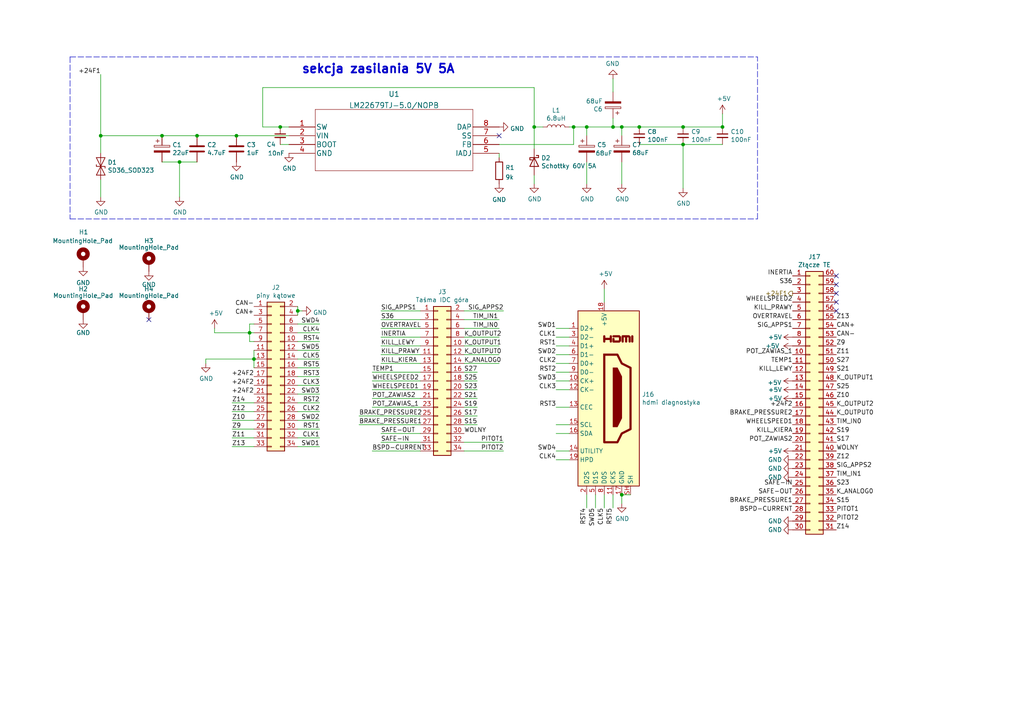
<source format=kicad_sch>
(kicad_sch (version 20211123) (generator eeschema)
  (paper "A4")
  (lib_symbols
    (symbol "Connector:HDMI_A"
      (property "Reference" "J" (at -6.35 26.67 0))
      (property "Value" "HDMI_A" (at 10.16 26.67 0))
      (symbol "HDMI_A_0_0"
        (polyline (pts (xy 8.128 16.51) (xy 8.128 18.034)) (stroke (width 0.635)))
        (polyline (pts (xy 0 16.51) (xy 0 18.034) (xy 0 17.272) (xy 1.905 17.272) (xy 1.905 18.034) (xy 1.905 16.51)) (stroke (width 0.635)))
        (polyline (pts (xy 2.667 18.034) (xy 4.318 18.034) (xy 4.572 17.78) (xy 4.572 16.764) (xy 4.318 16.51) (xy 2.667 16.51) (xy 2.667 17.272)) (stroke (width 0.635)))
      )
      (symbol "HDMI_A_0_1"
        (rectangle (start -7.62 25.4) (end 10.16 -25.4) (stroke (width 0.254)) (fill (type background)))
        (polyline (pts (xy 2.54 8.89) (xy 3.81 8.89) (xy 5.08 6.35) (xy 5.08 -5.715) (xy 3.81 -8.255) (xy 2.54 -8.255) (xy 2.54 8.89)) (fill (type outline)))
        (polyline (pts (xy 5.334 16.51) (xy 5.334 18.034) (xy 6.35 18.034) (xy 6.35 16.51) (xy 6.35 18.034) (xy 7.112 18.034) (xy 7.366 17.78) (xy 7.366 16.51)) (stroke (width 0.635)))
        (polyline (pts (xy 0 12.7) (xy 0 -12.7) (xy 3.81 -12.7) (xy 5.08 -10.16) (xy 7.62 -8.89) (xy 7.62 8.89) (xy 5.08 10.16) (xy 3.81 12.7) (xy 0 12.7)) (stroke (width 0.635)))
      )
      (symbol "HDMI_A_1_1"
        (pin passive line (at -10.16 20.32 0) (length 2.54) (name "D2+") (number "1"))
        (pin passive line (at -10.16 5.08 0) (length 2.54) (name "CK+") (number "10"))
        (pin power_in line (at 2.54 -27.94 90) (length 2.54) (name "CKS") (number "11"))
        (pin passive line (at -10.16 2.54 0) (length 2.54) (name "CK-") (number "12"))
        (pin bidirectional line (at -10.16 -2.54 0) (length 2.54) (name "CEC") (number "13"))
        (pin passive line (at -10.16 -15.24 0) (length 2.54) (name "UTILITY") (number "14"))
        (pin passive line (at -10.16 -7.62 0) (length 2.54) (name "SCL") (number "15"))
        (pin bidirectional line (at -10.16 -10.16 0) (length 2.54) (name "SDA") (number "16"))
        (pin power_in line (at 5.08 -27.94 90) (length 2.54) (name "GND") (number "17"))
        (pin power_in line (at 0 27.94 270) (length 2.54) (name "+5V") (number "18"))
        (pin passive line (at -10.16 -17.78 0) (length 2.54) (name "HPD") (number "19"))
        (pin power_in line (at -5.08 -27.94 90) (length 2.54) (name "D2S") (number "2"))
        (pin passive line (at -10.16 17.78 0) (length 2.54) (name "D2-") (number "3"))
        (pin passive line (at -10.16 15.24 0) (length 2.54) (name "D1+") (number "4"))
        (pin power_in line (at -2.54 -27.94 90) (length 2.54) (name "D1S") (number "5"))
        (pin passive line (at -10.16 12.7 0) (length 2.54) (name "D1-") (number "6"))
        (pin passive line (at -10.16 10.16 0) (length 2.54) (name "D0+") (number "7"))
        (pin power_in line (at 0 -27.94 90) (length 2.54) (name "D0S") (number "8"))
        (pin passive line (at -10.16 7.62 0) (length 2.54) (name "D0-") (number "9"))
        (pin passive line (at 7.62 -27.94 90) (length 2.54) (name "SH") (number "SH"))
      )
    )
    (symbol "Connector_Generic:Conn_02x17_Odd_Even" (pin_names (offset 1.016) hide)
      (property "Reference" "J" (at 1.27 22.86 0))
      (property "Value" "Conn_02x17_Odd_Even" (at 1.27 -22.86 0))
      (symbol "Conn_02x17_Odd_Even_1_1"
        (rectangle (start -1.27 -20.193) (end 0 -20.447) (stroke (width 0.1524)))
        (rectangle (start -1.27 -17.653) (end 0 -17.907) (stroke (width 0.1524)))
        (rectangle (start -1.27 -15.113) (end 0 -15.367) (stroke (width 0.1524)))
        (rectangle (start -1.27 -12.573) (end 0 -12.827) (stroke (width 0.1524)))
        (rectangle (start -1.27 -10.033) (end 0 -10.287) (stroke (width 0.1524)))
        (rectangle (start -1.27 -7.493) (end 0 -7.747) (stroke (width 0.1524)))
        (rectangle (start -1.27 -4.953) (end 0 -5.207) (stroke (width 0.1524)))
        (rectangle (start -1.27 -2.413) (end 0 -2.667) (stroke (width 0.1524)))
        (rectangle (start -1.27 0.127) (end 0 -0.127) (stroke (width 0.1524)))
        (rectangle (start -1.27 2.667) (end 0 2.413) (stroke (width 0.1524)))
        (rectangle (start -1.27 5.207) (end 0 4.953) (stroke (width 0.1524)))
        (rectangle (start -1.27 7.747) (end 0 7.493) (stroke (width 0.1524)))
        (rectangle (start -1.27 10.287) (end 0 10.033) (stroke (width 0.1524)))
        (rectangle (start -1.27 12.827) (end 0 12.573) (stroke (width 0.1524)))
        (rectangle (start -1.27 15.367) (end 0 15.113) (stroke (width 0.1524)))
        (rectangle (start -1.27 17.907) (end 0 17.653) (stroke (width 0.1524)))
        (rectangle (start -1.27 20.447) (end 0 20.193) (stroke (width 0.1524)))
        (rectangle (start -1.27 21.59) (end 3.81 -21.59) (stroke (width 0.254)) (fill (type background)))
        (rectangle (start 3.81 -20.193) (end 2.54 -20.447) (stroke (width 0.1524)))
        (rectangle (start 3.81 -17.653) (end 2.54 -17.907) (stroke (width 0.1524)))
        (rectangle (start 3.81 -15.113) (end 2.54 -15.367) (stroke (width 0.1524)))
        (rectangle (start 3.81 -12.573) (end 2.54 -12.827) (stroke (width 0.1524)))
        (rectangle (start 3.81 -10.033) (end 2.54 -10.287) (stroke (width 0.1524)))
        (rectangle (start 3.81 -7.493) (end 2.54 -7.747) (stroke (width 0.1524)))
        (rectangle (start 3.81 -4.953) (end 2.54 -5.207) (stroke (width 0.1524)))
        (rectangle (start 3.81 -2.413) (end 2.54 -2.667) (stroke (width 0.1524)))
        (rectangle (start 3.81 0.127) (end 2.54 -0.127) (stroke (width 0.1524)))
        (rectangle (start 3.81 2.667) (end 2.54 2.413) (stroke (width 0.1524)))
        (rectangle (start 3.81 5.207) (end 2.54 4.953) (stroke (width 0.1524)))
        (rectangle (start 3.81 7.747) (end 2.54 7.493) (stroke (width 0.1524)))
        (rectangle (start 3.81 10.287) (end 2.54 10.033) (stroke (width 0.1524)))
        (rectangle (start 3.81 12.827) (end 2.54 12.573) (stroke (width 0.1524)))
        (rectangle (start 3.81 15.367) (end 2.54 15.113) (stroke (width 0.1524)))
        (rectangle (start 3.81 17.907) (end 2.54 17.653) (stroke (width 0.1524)))
        (rectangle (start 3.81 20.447) (end 2.54 20.193) (stroke (width 0.1524)))
        (pin passive line (at -5.08 20.32 0) (length 3.81) (name "Pin_1") (number "1"))
        (pin passive line (at 7.62 10.16 180) (length 3.81) (name "Pin_10") (number "10"))
        (pin passive line (at -5.08 7.62 0) (length 3.81) (name "Pin_11") (number "11"))
        (pin passive line (at 7.62 7.62 180) (length 3.81) (name "Pin_12") (number "12"))
        (pin passive line (at -5.08 5.08 0) (length 3.81) (name "Pin_13") (number "13"))
        (pin passive line (at 7.62 5.08 180) (length 3.81) (name "Pin_14") (number "14"))
        (pin passive line (at -5.08 2.54 0) (length 3.81) (name "Pin_15") (number "15"))
        (pin passive line (at 7.62 2.54 180) (length 3.81) (name "Pin_16") (number "16"))
        (pin passive line (at -5.08 0 0) (length 3.81) (name "Pin_17") (number "17"))
        (pin passive line (at 7.62 0 180) (length 3.81) (name "Pin_18") (number "18"))
        (pin passive line (at -5.08 -2.54 0) (length 3.81) (name "Pin_19") (number "19"))
        (pin passive line (at 7.62 20.32 180) (length 3.81) (name "Pin_2") (number "2"))
        (pin passive line (at 7.62 -2.54 180) (length 3.81) (name "Pin_20") (number "20"))
        (pin passive line (at -5.08 -5.08 0) (length 3.81) (name "Pin_21") (number "21"))
        (pin passive line (at 7.62 -5.08 180) (length 3.81) (name "Pin_22") (number "22"))
        (pin passive line (at -5.08 -7.62 0) (length 3.81) (name "Pin_23") (number "23"))
        (pin passive line (at 7.62 -7.62 180) (length 3.81) (name "Pin_24") (number "24"))
        (pin passive line (at -5.08 -10.16 0) (length 3.81) (name "Pin_25") (number "25"))
        (pin passive line (at 7.62 -10.16 180) (length 3.81) (name "Pin_26") (number "26"))
        (pin passive line (at -5.08 -12.7 0) (length 3.81) (name "Pin_27") (number "27"))
        (pin passive line (at 7.62 -12.7 180) (length 3.81) (name "Pin_28") (number "28"))
        (pin passive line (at -5.08 -15.24 0) (length 3.81) (name "Pin_29") (number "29"))
        (pin passive line (at -5.08 17.78 0) (length 3.81) (name "Pin_3") (number "3"))
        (pin passive line (at 7.62 -15.24 180) (length 3.81) (name "Pin_30") (number "30"))
        (pin passive line (at -5.08 -17.78 0) (length 3.81) (name "Pin_31") (number "31"))
        (pin passive line (at 7.62 -17.78 180) (length 3.81) (name "Pin_32") (number "32"))
        (pin passive line (at -5.08 -20.32 0) (length 3.81) (name "Pin_33") (number "33"))
        (pin passive line (at 7.62 -20.32 180) (length 3.81) (name "Pin_34") (number "34"))
        (pin passive line (at 7.62 17.78 180) (length 3.81) (name "Pin_4") (number "4"))
        (pin passive line (at -5.08 15.24 0) (length 3.81) (name "Pin_5") (number "5"))
        (pin passive line (at 7.62 15.24 180) (length 3.81) (name "Pin_6") (number "6"))
        (pin passive line (at -5.08 12.7 0) (length 3.81) (name "Pin_7") (number "7"))
        (pin passive line (at 7.62 12.7 180) (length 3.81) (name "Pin_8") (number "8"))
        (pin passive line (at -5.08 10.16 0) (length 3.81) (name "Pin_9") (number "9"))
      )
    )
    (symbol "Connector_Generic:Conn_02x30_Counter_Clockwise" (pin_names (offset 1.016) hide)
      (property "Reference" "J" (at 1.27 38.1 0))
      (property "Value" "Conn_02x30_Counter_Clockwise" (at 1.27 -40.64 0))
      (symbol "Conn_02x30_Counter_Clockwise_1_1"
        (rectangle (start -1.27 -37.973) (end 0 -38.227) (stroke (width 0.1524)))
        (rectangle (start -1.27 -35.433) (end 0 -35.687) (stroke (width 0.1524)))
        (rectangle (start -1.27 -32.893) (end 0 -33.147) (stroke (width 0.1524)))
        (rectangle (start -1.27 -30.353) (end 0 -30.607) (stroke (width 0.1524)))
        (rectangle (start -1.27 -27.813) (end 0 -28.067) (stroke (width 0.1524)))
        (rectangle (start -1.27 -25.273) (end 0 -25.527) (stroke (width 0.1524)))
        (rectangle (start -1.27 -22.733) (end 0 -22.987) (stroke (width 0.1524)))
        (rectangle (start -1.27 -20.193) (end 0 -20.447) (stroke (width 0.1524)))
        (rectangle (start -1.27 -17.653) (end 0 -17.907) (stroke (width 0.1524)))
        (rectangle (start -1.27 -15.113) (end 0 -15.367) (stroke (width 0.1524)))
        (rectangle (start -1.27 -12.573) (end 0 -12.827) (stroke (width 0.1524)))
        (rectangle (start -1.27 -10.033) (end 0 -10.287) (stroke (width 0.1524)))
        (rectangle (start -1.27 -7.493) (end 0 -7.747) (stroke (width 0.1524)))
        (rectangle (start -1.27 -4.953) (end 0 -5.207) (stroke (width 0.1524)))
        (rectangle (start -1.27 -2.413) (end 0 -2.667) (stroke (width 0.1524)))
        (rectangle (start -1.27 0.127) (end 0 -0.127) (stroke (width 0.1524)))
        (rectangle (start -1.27 2.667) (end 0 2.413) (stroke (width 0.1524)))
        (rectangle (start -1.27 5.207) (end 0 4.953) (stroke (width 0.1524)))
        (rectangle (start -1.27 7.747) (end 0 7.493) (stroke (width 0.1524)))
        (rectangle (start -1.27 10.287) (end 0 10.033) (stroke (width 0.1524)))
        (rectangle (start -1.27 12.827) (end 0 12.573) (stroke (width 0.1524)))
        (rectangle (start -1.27 15.367) (end 0 15.113) (stroke (width 0.1524)))
        (rectangle (start -1.27 17.907) (end 0 17.653) (stroke (width 0.1524)))
        (rectangle (start -1.27 20.447) (end 0 20.193) (stroke (width 0.1524)))
        (rectangle (start -1.27 22.987) (end 0 22.733) (stroke (width 0.1524)))
        (rectangle (start -1.27 25.527) (end 0 25.273) (stroke (width 0.1524)))
        (rectangle (start -1.27 28.067) (end 0 27.813) (stroke (width 0.1524)))
        (rectangle (start -1.27 30.607) (end 0 30.353) (stroke (width 0.1524)))
        (rectangle (start -1.27 33.147) (end 0 32.893) (stroke (width 0.1524)))
        (rectangle (start -1.27 35.687) (end 0 35.433) (stroke (width 0.1524)))
        (rectangle (start -1.27 36.83) (end 3.81 -39.37) (stroke (width 0.254)) (fill (type background)))
        (rectangle (start 3.81 -37.973) (end 2.54 -38.227) (stroke (width 0.1524)))
        (rectangle (start 3.81 -35.433) (end 2.54 -35.687) (stroke (width 0.1524)))
        (rectangle (start 3.81 -32.893) (end 2.54 -33.147) (stroke (width 0.1524)))
        (rectangle (start 3.81 -30.353) (end 2.54 -30.607) (stroke (width 0.1524)))
        (rectangle (start 3.81 -27.813) (end 2.54 -28.067) (stroke (width 0.1524)))
        (rectangle (start 3.81 -25.273) (end 2.54 -25.527) (stroke (width 0.1524)))
        (rectangle (start 3.81 -22.733) (end 2.54 -22.987) (stroke (width 0.1524)))
        (rectangle (start 3.81 -20.193) (end 2.54 -20.447) (stroke (width 0.1524)))
        (rectangle (start 3.81 -17.653) (end 2.54 -17.907) (stroke (width 0.1524)))
        (rectangle (start 3.81 -15.113) (end 2.54 -15.367) (stroke (width 0.1524)))
        (rectangle (start 3.81 -12.573) (end 2.54 -12.827) (stroke (width 0.1524)))
        (rectangle (start 3.81 -10.033) (end 2.54 -10.287) (stroke (width 0.1524)))
        (rectangle (start 3.81 -7.493) (end 2.54 -7.747) (stroke (width 0.1524)))
        (rectangle (start 3.81 -4.953) (end 2.54 -5.207) (stroke (width 0.1524)))
        (rectangle (start 3.81 -2.413) (end 2.54 -2.667) (stroke (width 0.1524)))
        (rectangle (start 3.81 0.127) (end 2.54 -0.127) (stroke (width 0.1524)))
        (rectangle (start 3.81 2.667) (end 2.54 2.413) (stroke (width 0.1524)))
        (rectangle (start 3.81 5.207) (end 2.54 4.953) (stroke (width 0.1524)))
        (rectangle (start 3.81 7.747) (end 2.54 7.493) (stroke (width 0.1524)))
        (rectangle (start 3.81 10.287) (end 2.54 10.033) (stroke (width 0.1524)))
        (rectangle (start 3.81 12.827) (end 2.54 12.573) (stroke (width 0.1524)))
        (rectangle (start 3.81 15.367) (end 2.54 15.113) (stroke (width 0.1524)))
        (rectangle (start 3.81 17.907) (end 2.54 17.653) (stroke (width 0.1524)))
        (rectangle (start 3.81 20.447) (end 2.54 20.193) (stroke (width 0.1524)))
        (rectangle (start 3.81 22.987) (end 2.54 22.733) (stroke (width 0.1524)))
        (rectangle (start 3.81 25.527) (end 2.54 25.273) (stroke (width 0.1524)))
        (rectangle (start 3.81 28.067) (end 2.54 27.813) (stroke (width 0.1524)))
        (rectangle (start 3.81 30.607) (end 2.54 30.353) (stroke (width 0.1524)))
        (rectangle (start 3.81 33.147) (end 2.54 32.893) (stroke (width 0.1524)))
        (rectangle (start 3.81 35.687) (end 2.54 35.433) (stroke (width 0.1524)))
        (pin passive line (at -5.08 35.56 0) (length 3.81) (name "Pin_1") (number "1"))
        (pin passive line (at -5.08 12.7 0) (length 3.81) (name "Pin_10") (number "10"))
        (pin passive line (at -5.08 10.16 0) (length 3.81) (name "Pin_11") (number "11"))
        (pin passive line (at -5.08 7.62 0) (length 3.81) (name "Pin_12") (number "12"))
        (pin passive line (at -5.08 5.08 0) (length 3.81) (name "Pin_13") (number "13"))
        (pin passive line (at -5.08 2.54 0) (length 3.81) (name "Pin_14") (number "14"))
        (pin passive line (at -5.08 0 0) (length 3.81) (name "Pin_15") (number "15"))
        (pin passive line (at -5.08 -2.54 0) (length 3.81) (name "Pin_16") (number "16"))
        (pin passive line (at -5.08 -5.08 0) (length 3.81) (name "Pin_17") (number "17"))
        (pin passive line (at -5.08 -7.62 0) (length 3.81) (name "Pin_18") (number "18"))
        (pin passive line (at -5.08 -10.16 0) (length 3.81) (name "Pin_19") (number "19"))
        (pin passive line (at -5.08 33.02 0) (length 3.81) (name "Pin_2") (number "2"))
        (pin passive line (at -5.08 -12.7 0) (length 3.81) (name "Pin_20") (number "20"))
        (pin passive line (at -5.08 -15.24 0) (length 3.81) (name "Pin_21") (number "21"))
        (pin passive line (at -5.08 -17.78 0) (length 3.81) (name "Pin_22") (number "22"))
        (pin passive line (at -5.08 -20.32 0) (length 3.81) (name "Pin_23") (number "23"))
        (pin passive line (at -5.08 -22.86 0) (length 3.81) (name "Pin_24") (number "24"))
        (pin passive line (at -5.08 -25.4 0) (length 3.81) (name "Pin_25") (number "25"))
        (pin passive line (at -5.08 -27.94 0) (length 3.81) (name "Pin_26") (number "26"))
        (pin passive line (at -5.08 -30.48 0) (length 3.81) (name "Pin_27") (number "27"))
        (pin passive line (at -5.08 -33.02 0) (length 3.81) (name "Pin_28") (number "28"))
        (pin passive line (at -5.08 -35.56 0) (length 3.81) (name "Pin_29") (number "29"))
        (pin passive line (at -5.08 30.48 0) (length 3.81) (name "Pin_3") (number "3"))
        (pin passive line (at -5.08 -38.1 0) (length 3.81) (name "Pin_30") (number "30"))
        (pin passive line (at 7.62 -38.1 180) (length 3.81) (name "Pin_31") (number "31"))
        (pin passive line (at 7.62 -35.56 180) (length 3.81) (name "Pin_32") (number "32"))
        (pin passive line (at 7.62 -33.02 180) (length 3.81) (name "Pin_33") (number "33"))
        (pin passive line (at 7.62 -30.48 180) (length 3.81) (name "Pin_34") (number "34"))
        (pin passive line (at 7.62 -27.94 180) (length 3.81) (name "Pin_35") (number "35"))
        (pin passive line (at 7.62 -25.4 180) (length 3.81) (name "Pin_36") (number "36"))
        (pin passive line (at 7.62 -22.86 180) (length 3.81) (name "Pin_37") (number "37"))
        (pin passive line (at 7.62 -20.32 180) (length 3.81) (name "Pin_38") (number "38"))
        (pin passive line (at 7.62 -17.78 180) (length 3.81) (name "Pin_39") (number "39"))
        (pin passive line (at -5.08 27.94 0) (length 3.81) (name "Pin_4") (number "4"))
        (pin passive line (at 7.62 -15.24 180) (length 3.81) (name "Pin_40") (number "40"))
        (pin passive line (at 7.62 -12.7 180) (length 3.81) (name "Pin_41") (number "41"))
        (pin passive line (at 7.62 -10.16 180) (length 3.81) (name "Pin_42") (number "42"))
        (pin passive line (at 7.62 -7.62 180) (length 3.81) (name "Pin_43") (number "43"))
        (pin passive line (at 7.62 -5.08 180) (length 3.81) (name "Pin_44") (number "44"))
        (pin passive line (at 7.62 -2.54 180) (length 3.81) (name "Pin_45") (number "45"))
        (pin passive line (at 7.62 0 180) (length 3.81) (name "Pin_46") (number "46"))
        (pin passive line (at 7.62 2.54 180) (length 3.81) (name "Pin_47") (number "47"))
        (pin passive line (at 7.62 5.08 180) (length 3.81) (name "Pin_48") (number "48"))
        (pin passive line (at 7.62 7.62 180) (length 3.81) (name "Pin_49") (number "49"))
        (pin passive line (at -5.08 25.4 0) (length 3.81) (name "Pin_5") (number "5"))
        (pin passive line (at 7.62 10.16 180) (length 3.81) (name "Pin_50") (number "50"))
        (pin passive line (at 7.62 12.7 180) (length 3.81) (name "Pin_51") (number "51"))
        (pin passive line (at 7.62 15.24 180) (length 3.81) (name "Pin_52") (number "52"))
        (pin passive line (at 7.62 17.78 180) (length 3.81) (name "Pin_53") (number "53"))
        (pin passive line (at 7.62 20.32 180) (length 3.81) (name "Pin_54") (number "54"))
        (pin passive line (at 7.62 22.86 180) (length 3.81) (name "Pin_55") (number "55"))
        (pin passive line (at 7.62 25.4 180) (length 3.81) (name "Pin_56") (number "56"))
        (pin passive line (at 7.62 27.94 180) (length 3.81) (name "Pin_57") (number "57"))
        (pin passive line (at 7.62 30.48 180) (length 3.81) (name "Pin_58") (number "58"))
        (pin passive line (at 7.62 33.02 180) (length 3.81) (name "Pin_59") (number "59"))
        (pin passive line (at -5.08 22.86 0) (length 3.81) (name "Pin_6") (number "6"))
        (pin passive line (at 7.62 35.56 180) (length 3.81) (name "Pin_60") (number "60"))
        (pin passive line (at -5.08 20.32 0) (length 3.81) (name "Pin_7") (number "7"))
        (pin passive line (at -5.08 17.78 0) (length 3.81) (name "Pin_8") (number "8"))
        (pin passive line (at -5.08 15.24 0) (length 3.81) (name "Pin_9") (number "9"))
      )
    )
    (symbol "Device:C" (pin_numbers hide) (pin_names (offset 0.254))
      (property "Reference" "C" (at 0.635 2.54 0))
      (property "Value" "C" (at 0.635 -2.54 0))
      (symbol "C_0_1"
        (polyline (pts (xy -2.032 -0.762) (xy 2.032 -0.762)) (stroke (width 0.508)))
        (polyline (pts (xy -2.032 0.762) (xy 2.032 0.762)) (stroke (width 0.508)))
      )
      (symbol "C_1_1"
        (pin passive line (at 0 3.81 270) (length 2.794) (name "~") (number "1"))
        (pin passive line (at 0 -3.81 90) (length 2.794) (name "~") (number "2"))
      )
    )
    (symbol "Device:CP" (pin_numbers hide) (pin_names (offset 0.254))
      (property "Reference" "C" (at 0.635 2.54 0))
      (property "Value" "Device_CP" (at 0.635 -2.54 0))
      (symbol "CP_0_1"
        (rectangle (start -2.286 0.508) (end 2.286 1.016))
        (polyline (pts (xy -1.778 2.286) (xy -0.762 2.286)))
        (polyline (pts (xy -1.27 2.794) (xy -1.27 1.778)))
        (rectangle (start 2.286 -0.508) (end -2.286 -1.016) (fill (type outline)))
      )
      (symbol "CP_1_1"
        (pin passive line (at 0 3.81 270) (length 2.794) (name "~") (number "1"))
        (pin passive line (at 0 -3.81 90) (length 2.794) (name "~") (number "2"))
      )
    )
    (symbol "Device:C_Small" (pin_numbers hide) (pin_names (offset 0.254) hide)
      (property "Reference" "C" (at 0.254 1.778 0))
      (property "Value" "C_Small" (at 0.254 -2.032 0))
      (symbol "C_Small_0_1"
        (polyline (pts (xy -1.524 -0.508) (xy 1.524 -0.508)) (stroke (width 0.3302)))
        (polyline (pts (xy -1.524 0.508) (xy 1.524 0.508)) (stroke (width 0.3048)))
      )
      (symbol "C_Small_1_1"
        (pin passive line (at 0 2.54 270) (length 2.032) (name "~") (number "1"))
        (pin passive line (at 0 -2.54 90) (length 2.032) (name "~") (number "2"))
      )
    )
    (symbol "Device:D_Schottky" (pin_numbers hide) (pin_names (offset 1.016) hide)
      (property "Reference" "D" (at 0 2.54 0))
      (property "Value" "D_Schottky" (at 0 -2.54 0))
      (symbol "D_Schottky_0_1"
        (polyline (pts (xy 1.27 0) (xy -1.27 0)))
        (polyline (pts (xy 1.27 1.27) (xy 1.27 -1.27) (xy -1.27 0) (xy 1.27 1.27)) (stroke (width 0.254)))
        (polyline (pts (xy -1.905 0.635) (xy -1.905 1.27) (xy -1.27 1.27) (xy -1.27 -1.27) (xy -0.635 -1.27) (xy -0.635 -0.635)) (stroke (width 0.254)))
      )
      (symbol "D_Schottky_1_1"
        (pin passive line (at -3.81 0 0) (length 2.54) (name "K") (number "1"))
        (pin passive line (at 3.81 0 180) (length 2.54) (name "A") (number "2"))
      )
    )
    (symbol "Device:L" (pin_numbers hide) (pin_names (offset 1.016) hide)
      (property "Reference" "L" (at -1.27 0 90))
      (property "Value" "L" (at 1.905 0 90))
      (symbol "L_0_1"
        (arc (start 0 -2.54) (mid 0.635 -1.905) (end 0 -1.27))
        (arc (start 0 -1.27) (mid 0.635 -0.635) (end 0 0))
        (arc (start 0 0) (mid 0.635 0.635) (end 0 1.27))
        (arc (start 0 1.27) (mid 0.635 1.905) (end 0 2.54))
      )
      (symbol "L_1_1"
        (pin passive line (at 0 3.81 270) (length 1.27) (name "1") (number "1"))
        (pin passive line (at 0 -3.81 90) (length 1.27) (name "2") (number "2"))
      )
    )
    (symbol "Device:R" (pin_numbers hide) (pin_names (offset 0))
      (property "Reference" "R" (at 2.032 0 90))
      (property "Value" "R" (at 0 0 90))
      (symbol "R_0_1"
        (rectangle (start -1.016 -2.54) (end 1.016 2.54) (stroke (width 0.254)))
      )
      (symbol "R_1_1"
        (pin passive line (at 0 3.81 270) (length 1.27) (name "~") (number "1"))
        (pin passive line (at 0 -3.81 90) (length 1.27) (name "~") (number "2"))
      )
    )
    (symbol "Diode:SD36_SOD323" (pin_numbers hide) (pin_names (offset 1.016) hide)
      (property "Reference" "D" (at 0 2.54 0))
      (property "Value" "SD36_SOD323" (at 0 -2.54 0))
      (symbol "SD36_SOD323_0_1"
        (polyline (pts (xy 1.27 0) (xy -1.27 0)))
        (polyline (pts (xy -2.54 -1.27) (xy 0 0) (xy -2.54 1.27) (xy -2.54 -1.27)) (stroke (width 0.2032)))
        (polyline (pts (xy 0.508 1.27) (xy 0 1.27) (xy 0 -1.27) (xy -0.508 -1.27)) (stroke (width 0.2032)))
        (polyline (pts (xy 2.54 1.27) (xy 2.54 -1.27) (xy 0 0) (xy 2.54 1.27)) (stroke (width 0.2032)))
      )
      (symbol "SD36_SOD323_1_1"
        (pin passive line (at -3.81 0 0) (length 2.54) (name "A1") (number "1"))
        (pin passive line (at 3.81 0 180) (length 2.54) (name "A2") (number "2"))
      )
    )
    (symbol "Mechanical:MountingHole_Pad" (pin_numbers hide) (pin_names (offset 1.016) hide)
      (property "Reference" "H" (at 0 6.35 0))
      (property "Value" "MountingHole_Pad" (at 0 4.445 0))
      (symbol "MountingHole_Pad_0_1"
        (circle (center 0 1.27) (radius 1.27) (stroke (width 1.27)))
      )
      (symbol "MountingHole_Pad_1_1"
        (pin input line (at 0 -2.54 90) (length 2.54) (name "1") (number "1"))
      )
    )
    (symbol "lm22679:LM22679TJ-5.0{slash}NOPB" (pin_names (offset 0.254))
      (property "Value" "LM22679TJ-5.0{slash}NOPB" (at 30.48 7.62 0))
      (symbol "LM22679TJ-5.0{slash}NOPB_1_1"
        (polyline (pts (xy 7.62 -12.7) (xy 53.34 -12.7)) (stroke (width 0.127)))
        (polyline (pts (xy 7.62 5.08) (xy 7.62 -12.7)) (stroke (width 0.127)))
        (polyline (pts (xy 53.34 -12.7) (xy 53.34 5.08)) (stroke (width 0.127)))
        (polyline (pts (xy 53.34 5.08) (xy 7.62 5.08)) (stroke (width 0.127)))
        (pin power_in line (at 0 0 0) (length 7.62) (name "SW") (number "1"))
        (pin power_in line (at 0 -2.54 0) (length 7.62) (name "VIN") (number "2"))
        (pin passive line (at 0 -5.08 0) (length 7.62) (name "BOOT") (number "3"))
        (pin power_in line (at 0 -7.62 0) (length 7.62) (name "GND") (number "4"))
        (pin input line (at 60.96 -7.62 180) (length 7.62) (name "IADJ") (number "5"))
        (pin input line (at 60.96 -5.08 180) (length 7.62) (name "FB") (number "6"))
        (pin input line (at 60.96 -2.54 180) (length 7.62) (name "SS") (number "7"))
        (pin power_in line (at 60.96 0 180) (length 7.62) (name "DAP") (number "8"))
      )
    )
    (symbol "power:+5V" (power) (pin_names (offset 0))
      (property "Value" "+5V" (at 0 3.556 0))
      (symbol "+5V_0_1"
        (polyline (pts (xy -0.762 1.27) (xy 0 2.54)))
        (polyline (pts (xy 0 0) (xy 0 2.54)))
        (polyline (pts (xy 0 2.54) (xy 0.762 1.27)))
      )
      (symbol "+5V_1_1"
        (pin power_in line (at 0 0 90) (length 0) hide (name "+5V") (number "1"))
      )
    )
    (symbol "power:GND" (power) (pin_names (offset 0))
      (property "Value" "GND" (at 0 -3.81 0))
      (symbol "GND_0_1"
        (polyline (pts (xy 0 0) (xy 0 -1.27) (xy 1.27 -1.27) (xy 0 -2.54) (xy -1.27 -1.27) (xy 0 -1.27)))
      )
      (symbol "GND_1_1"
        (pin power_in line (at 0 0 270) (length 0) hide (name "GND") (number "1"))
      )
    )
  )
  (junction (at 185.42 36.83))
  (junction (at 46.99 39.37))
  (junction (at 73.66 104.14))
  (junction (at 198.12 36.83))
  (junction (at 170.18 36.83))
  (junction (at 209.55 36.83))
  (junction (at 68.58 39.37))
  (junction (at 154.94 36.83))
  (junction (at 81.28 36.83))
  (junction (at 177.8 36.83))
  (junction (at 52.07 46.99))
  (junction (at 180.34 36.83))
  (junction (at 180.34 143.51))
  (junction (at 86.36 90.17))
  (junction (at 198.12 41.91))
  (junction (at 72.39 96.52))
  (junction (at 166.37 36.83))
  (junction (at 29.21 39.37))
  (junction (at 57.15 39.37))
  (no_connect (at 242.57 85.09))
  (no_connect (at 242.57 80.01))
  (no_connect (at 242.57 82.55))
  (no_connect (at 242.57 87.63))
  (no_connect (at 43.18 92.71))
  (no_connect (at 242.57 90.17))
  (no_connect (at 144.78 39.37))
  (wire (pts (xy 73.66 93.98) (xy 72.39 93.98)))
  (wire (pts (xy 144.78 105.41) (xy 134.62 105.41)))
  (wire (pts (xy 110.49 125.73) (xy 121.92 125.73)))
  (wire (pts (xy 154.94 53.34) (xy 154.94 50.8)))
  (wire (pts (xy 52.07 46.99) (xy 46.99 46.99)))
  (wire (pts (xy 29.21 52.07) (xy 29.21 57.15)))
  (wire (pts (xy 175.26 147.32) (xy 175.26 143.51)))
  (wire (pts (xy 170.18 36.83) (xy 170.18 39.37)))
  (wire (pts (xy 86.36 90.17) (xy 87.63 90.17)))
  (wire (pts (xy 73.66 127) (xy 67.31 127)))
  (wire (pts (xy 134.62 107.95) (xy 138.43 107.95)))
  (wire (pts (xy 134.62 115.57) (xy 138.43 115.57)))
  (wire (pts (xy 165.1 95.25) (xy 161.29 95.25)))
  (wire (pts (xy 170.18 53.34) (xy 170.18 46.99)))
  (wire (pts (xy 29.21 44.45) (xy 29.21 39.37)))
  (polyline (pts (xy 20.32 16.51) (xy 219.71 16.51)))
  (wire (pts (xy 86.36 93.98) (xy 92.71 93.98)))
  (wire (pts (xy 110.49 102.87) (xy 121.92 102.87)))
  (wire (pts (xy 86.36 96.52) (xy 92.71 96.52)))
  (wire (pts (xy 144.78 102.87) (xy 134.62 102.87)))
  (wire (pts (xy 59.69 105.41) (xy 59.69 104.14)))
  (wire (pts (xy 154.94 36.83) (xy 157.48 36.83)))
  (wire (pts (xy 72.39 93.98) (xy 72.39 96.52)))
  (wire (pts (xy 170.18 143.51) (xy 170.18 147.32)))
  (wire (pts (xy 134.62 113.03) (xy 138.43 113.03)))
  (wire (pts (xy 172.72 147.32) (xy 172.72 143.51)))
  (wire (pts (xy 73.66 129.54) (xy 67.31 129.54)))
  (polyline (pts (xy 219.71 63.5) (xy 219.71 16.51)))
  (wire (pts (xy 177.8 147.32) (xy 177.8 143.51)))
  (wire (pts (xy 175.26 83.82) (xy 175.26 87.63)))
  (wire (pts (xy 134.62 95.25) (xy 144.78 95.25)))
  (wire (pts (xy 107.95 110.49) (xy 121.92 110.49)))
  (wire (pts (xy 146.05 90.17) (xy 134.62 90.17)))
  (wire (pts (xy 86.36 109.22) (xy 92.71 109.22)))
  (wire (pts (xy 86.36 116.84) (xy 92.71 116.84)))
  (wire (pts (xy 177.8 36.83) (xy 177.8 34.29)))
  (wire (pts (xy 73.66 104.14) (xy 59.69 104.14)))
  (wire (pts (xy 76.2 25.4) (xy 154.94 25.4)))
  (wire (pts (xy 161.29 123.19) (xy 165.1 123.19)))
  (wire (pts (xy 68.58 39.37) (xy 83.82 39.37)))
  (wire (pts (xy 161.29 107.95) (xy 165.1 107.95)))
  (wire (pts (xy 107.95 113.03) (xy 121.92 113.03)))
  (wire (pts (xy 73.66 104.14) (xy 73.66 106.68)))
  (wire (pts (xy 81.28 36.83) (xy 83.82 36.83)))
  (wire (pts (xy 104.14 120.65) (xy 121.92 120.65)))
  (wire (pts (xy 146.05 128.27) (xy 134.62 128.27)))
  (wire (pts (xy 161.29 102.87) (xy 165.1 102.87)))
  (wire (pts (xy 72.39 96.52) (xy 73.66 96.52)))
  (wire (pts (xy 62.23 96.52) (xy 62.23 95.25)))
  (wire (pts (xy 154.94 36.83) (xy 154.94 43.18)))
  (wire (pts (xy 62.23 96.52) (xy 72.39 96.52)))
  (wire (pts (xy 81.28 41.91) (xy 83.82 41.91)))
  (wire (pts (xy 52.07 46.99) (xy 52.07 57.15)))
  (wire (pts (xy 144.78 44.45) (xy 144.78 45.72)))
  (wire (pts (xy 110.49 95.25) (xy 121.92 95.25)))
  (wire (pts (xy 107.95 118.11) (xy 121.92 118.11)))
  (wire (pts (xy 73.66 124.46) (xy 67.31 124.46)))
  (wire (pts (xy 134.62 120.65) (xy 138.43 120.65)))
  (wire (pts (xy 134.62 97.79) (xy 144.78 97.79)))
  (wire (pts (xy 180.34 36.83) (xy 180.34 39.37)))
  (wire (pts (xy 73.66 119.38) (xy 67.31 119.38)))
  (wire (pts (xy 86.36 88.9) (xy 86.36 90.17)))
  (wire (pts (xy 57.15 39.37) (xy 68.58 39.37)))
  (wire (pts (xy 110.49 92.71) (xy 121.92 92.71)))
  (wire (pts (xy 86.36 129.54) (xy 92.71 129.54)))
  (wire (pts (xy 161.29 133.35) (xy 165.1 133.35)))
  (wire (pts (xy 180.34 143.51) (xy 180.34 146.05)))
  (wire (pts (xy 72.39 99.06) (xy 72.39 96.52)))
  (wire (pts (xy 110.49 100.33) (xy 121.92 100.33)))
  (wire (pts (xy 134.62 123.19) (xy 138.43 123.19)))
  (wire (pts (xy 154.94 25.4) (xy 154.94 36.83)))
  (wire (pts (xy 29.21 39.37) (xy 46.99 39.37)))
  (wire (pts (xy 110.49 90.17) (xy 121.92 90.17)))
  (wire (pts (xy 86.36 90.17) (xy 86.36 91.44)))
  (wire (pts (xy 182.88 143.51) (xy 180.34 143.51)))
  (wire (pts (xy 86.36 127) (xy 92.71 127)))
  (wire (pts (xy 146.05 130.81) (xy 134.62 130.81)))
  (wire (pts (xy 170.18 36.83) (xy 177.8 36.83)))
  (wire (pts (xy 86.36 104.14) (xy 92.71 104.14)))
  (wire (pts (xy 165.1 36.83) (xy 166.37 36.83)))
  (wire (pts (xy 86.36 121.92) (xy 92.71 121.92)))
  (wire (pts (xy 177.8 36.83) (xy 180.34 36.83)))
  (wire (pts (xy 107.95 130.81) (xy 121.92 130.81)))
  (wire (pts (xy 104.14 123.19) (xy 121.92 123.19)))
  (wire (pts (xy 161.29 130.81) (xy 165.1 130.81)))
  (wire (pts (xy 198.12 41.91) (xy 198.12 54.61)))
  (wire (pts (xy 57.15 46.99) (xy 52.07 46.99)))
  (wire (pts (xy 161.29 118.11) (xy 165.1 118.11)))
  (wire (pts (xy 180.34 53.34) (xy 180.34 46.99)))
  (wire (pts (xy 86.36 111.76) (xy 92.71 111.76)))
  (wire (pts (xy 166.37 41.91) (xy 166.37 36.83)))
  (wire (pts (xy 107.95 115.57) (xy 121.92 115.57)))
  (wire (pts (xy 110.49 97.79) (xy 121.92 97.79)))
  (wire (pts (xy 134.62 92.71) (xy 144.78 92.71)))
  (wire (pts (xy 46.99 39.37) (xy 57.15 39.37)))
  (wire (pts (xy 180.34 36.83) (xy 185.42 36.83)))
  (wire (pts (xy 76.2 36.83) (xy 76.2 25.4)))
  (wire (pts (xy 161.29 105.41) (xy 165.1 105.41)))
  (wire (pts (xy 165.1 100.33) (xy 161.29 100.33)))
  (wire (pts (xy 73.66 99.06) (xy 72.39 99.06)))
  (wire (pts (xy 177.8 22.86) (xy 177.8 26.67)))
  (wire (pts (xy 86.36 106.68) (xy 92.71 106.68)))
  (wire (pts (xy 198.12 41.91) (xy 209.55 41.91)))
  (wire (pts (xy 29.21 21.59) (xy 29.21 39.37)))
  (wire (pts (xy 144.78 41.91) (xy 166.37 41.91)))
  (wire (pts (xy 161.29 113.03) (xy 165.1 113.03)))
  (wire (pts (xy 86.36 114.3) (xy 92.71 114.3)))
  (wire (pts (xy 161.29 97.79) (xy 165.1 97.79)))
  (wire (pts (xy 165.1 125.73) (xy 161.29 125.73)))
  (wire (pts (xy 134.62 118.11) (xy 138.43 118.11)))
  (wire (pts (xy 86.36 99.06) (xy 92.71 99.06)))
  (polyline (pts (xy 20.32 16.51) (xy 20.32 63.5)))
  (wire (pts (xy 134.62 100.33) (xy 144.78 100.33)))
  (wire (pts (xy 198.12 36.83) (xy 209.55 36.83)))
  (wire (pts (xy 107.95 107.95) (xy 121.92 107.95)))
  (wire (pts (xy 73.66 101.6) (xy 73.66 104.14)))
  (wire (pts (xy 110.49 128.27) (xy 121.92 128.27)))
  (wire (pts (xy 134.62 110.49) (xy 138.43 110.49)))
  (wire (pts (xy 76.2 36.83) (xy 81.28 36.83)))
  (wire (pts (xy 161.29 110.49) (xy 165.1 110.49)))
  (wire (pts (xy 73.66 116.84) (xy 67.31 116.84)))
  (wire (pts (xy 209.55 33.02) (xy 209.55 36.83)))
  (wire (pts (xy 86.36 101.6) (xy 92.71 101.6)))
  (wire (pts (xy 86.36 124.46) (xy 92.71 124.46)))
  (wire (pts (xy 110.49 105.41) (xy 121.92 105.41)))
  (wire (pts (xy 185.42 41.91) (xy 198.12 41.91)))
  (wire (pts (xy 86.36 119.38) (xy 92.71 119.38)))
  (polyline (pts (xy 20.32 63.5) (xy 219.71 63.5)))
  (wire (pts (xy 185.42 36.83) (xy 198.12 36.83)))
  (wire (pts (xy 166.37 36.83) (xy 170.18 36.83)))
  (wire (pts (xy 73.66 121.92) (xy 67.31 121.92)))
  (text "sekcja zasilania 5V 5A" (at 132.08 21.59 180) (effects (font (size 2.54 2.54) (thickness 0.508) bold) (justify right bottom)))
  (label "SWD4" (at 92.71 93.98 180))
  (label "RST2" (at 161.29 107.95 180))
  (label "CLK4" (at 92.71 96.52 180))
  (label "SWD5" (at 172.72 147.32 270))
  (label "RST2" (at 92.71 116.84 180))
  (label "K_OUTPUT1" (at 242.57 110.49 0))
  (label "S15" (at 242.57 146.05 0))
  (label "CAN+" (at 73.66 91.44 180))
  (label "RST4" (at 170.18 147.32 270))
  (label "Z13" (at 242.57 92.71 0))
  (label "WHEELSPEED1" (at 229.87 123.19 180))
  (label "SIG_APPS1" (at 229.87 95.25 180))
  (label "CAN-" (at 242.57 97.79 0))
  (label "SAFE-OUT" (at 229.87 143.51 180))
  (label "INERTIA" (at 229.87 80.01 180))
  (label "+24F2" (at 73.66 111.76 180))
  (label "Z11" (at 67.31 127 0))
  (label "WOLNY" (at 134.62 125.73 0))
  (label "S36" (at 229.87 82.55 180))
  (label "Z9" (at 67.31 124.46 0))
  (label "SWD5" (at 92.71 101.6 180))
  (label "Z11" (at 242.57 102.87 0))
  (label "BRAKE_PRESSURE1" (at 104.14 123.19 0))
  (label "SIG_APPS1" (at 110.49 90.17 0))
  (label "Z10" (at 67.31 121.92 0))
  (label "K_OUTPUT0" (at 242.57 120.65 0))
  (label "+24F2" (at 73.66 109.22 180))
  (label "S19" (at 138.43 118.11 180))
  (label "Z14" (at 242.57 153.67 0))
  (label "S23" (at 242.57 140.97 0))
  (label "CLK1" (at 161.29 97.79 180))
  (label "KILL_LEWY" (at 110.49 100.33 0))
  (label "TIM_IN1" (at 137.16 92.71 0))
  (label "K_ANALOG0" (at 242.57 143.51 0))
  (label "WHEELSPEED2" (at 229.87 87.63 180))
  (label "SIG_APPS2" (at 146.05 90.17 180))
  (label "SAFE-IN" (at 110.49 128.27 0))
  (label "TIM_IN0" (at 242.57 123.19 0))
  (label "RST3" (at 92.71 109.22 180))
  (label "SWD3" (at 161.29 110.49 180))
  (label "SWD1" (at 92.71 129.54 180))
  (label "Z12" (at 242.57 133.35 0))
  (label "BSPD-CURRENT" (at 107.95 130.81 0))
  (label "SWD2" (at 161.29 102.87 180))
  (label "S36" (at 110.49 92.71 0))
  (label "SAFE-OUT" (at 110.49 125.73 0))
  (label "PITOT1" (at 242.57 148.59 0))
  (label "WHEELSPEED1" (at 107.95 113.03 0))
  (label "K_OUTPUT1" (at 134.62 100.33 0))
  (label "RST5" (at 177.8 147.32 270))
  (label "S21" (at 138.43 115.57 180))
  (label "RST5" (at 92.71 106.68 180))
  (label "+24F2" (at 229.87 118.11 180))
  (label "CLK2" (at 161.29 105.41 180))
  (label "SWD4" (at 161.29 130.81 180))
  (label "CLK4" (at 161.29 133.35 180))
  (label "CLK2" (at 92.71 119.38 180))
  (label "K_ANALOG0" (at 134.62 105.41 0))
  (label "K_OUTPUT0" (at 134.62 102.87 0))
  (label "POT_ZAWIAS2" (at 229.87 128.27 180))
  (label "KILL_KIERA" (at 229.87 125.73 180))
  (label "PITOT2" (at 146.05 130.81 180))
  (label "SAFE-IN" (at 229.87 140.97 180))
  (label "S27" (at 242.57 105.41 0))
  (label "CAN+" (at 242.57 95.25 0))
  (label "S23" (at 138.43 113.03 180))
  (label "KILL_PRAWY" (at 229.87 90.17 180))
  (label "OVERTRAVEL" (at 229.87 92.71 180))
  (label "RST4" (at 92.71 99.06 180))
  (label "TEMP1" (at 229.87 105.41 180))
  (label "PITOT2" (at 242.57 151.13 0))
  (label "POT_ZAWIAS_1" (at 107.95 118.11 0))
  (label "S19" (at 242.57 125.73 0))
  (label "INERTIA" (at 110.49 97.79 0))
  (label "PITOT1" (at 146.05 128.27 180))
  (label "S25" (at 138.43 110.49 180))
  (label "CLK3" (at 92.71 111.76 180))
  (label "Z14" (at 67.31 116.84 0))
  (label "SWD3" (at 92.71 114.3 180))
  (label "OVERTRAVEL" (at 110.49 95.25 0))
  (label "TIM_IN1" (at 242.57 138.43 0))
  (label "WHEELSPEED2" (at 107.95 110.49 0))
  (label "WOLNY" (at 242.57 130.81 0))
  (label "POT_ZAWIAS2" (at 107.95 115.57 0))
  (label "Z9" (at 242.57 100.33 0))
  (label "S17" (at 138.43 120.65 180))
  (label "KILL_KIERA" (at 110.49 105.41 0))
  (label "BRAKE_PRESSURE2" (at 104.14 120.65 0))
  (label "SIG_APPS2" (at 242.57 135.89 0))
  (label "TEMP1" (at 107.95 107.95 0))
  (label "S27" (at 138.43 107.95 180))
  (label "RST1" (at 161.29 100.33 180))
  (label "CLK1" (at 92.71 127 180))
  (label "Z12" (at 67.31 119.38 0))
  (label "Z10" (at 242.57 115.57 0))
  (label "CLK3" (at 161.29 113.03 180))
  (label "K_OUTPUT2" (at 242.57 118.11 0))
  (label "S15" (at 138.43 123.19 180))
  (label "CLK5" (at 175.26 147.32 270))
  (label "SWD1" (at 161.29 95.25 180))
  (label "KILL_LEWY" (at 229.87 107.95 180))
  (label "Z13" (at 67.31 129.54 0))
  (label "RST3" (at 161.29 118.11 180))
  (label "+24F2" (at 73.66 114.3 180))
  (label "SWD2" (at 92.71 121.92 180))
  (label "S25" (at 242.57 113.03 0))
  (label "BRAKE_PRESSURE2" (at 229.87 120.65 180))
  (label "TIM_IN0" (at 137.16 95.25 0))
  (label "POT_ZAWIAS_1" (at 229.87 102.87 180))
  (label "S21" (at 242.57 107.95 0))
  (label "BRAKE_PRESSURE1" (at 229.87 146.05 180))
  (label "+24F1" (at 29.21 21.59 180))
  (label "S17" (at 242.57 128.27 0))
  (label "CAN-" (at 73.66 88.9 180))
  (label "KILL_PRAWY" (at 110.49 102.87 0))
  (label "RST1" (at 92.71 124.46 180))
  (label "BSPD-CURRENT" (at 229.87 148.59 180))
  (label "K_OUTPUT2" (at 134.62 97.79 0))
  (label "CLK5" (at 92.71 104.14 180))
  (hierarchical_label "+24F1" (shape output) (at 229.87 85.09 180))
  (symbol (lib_id "power:+5V") (at 229.87 110.49 90) (unit 1)
    (property "Reference" "#PWR0115" (effects hide))
    (property "Value" "+5V" (at 226.6951 110.969 90) (effects (justify left)))
  )
  (symbol (lib_id "power:GND") (at 144.78 36.83 90) (unit 1)
    (property "Reference" "#PWR0112" (effects hide))
    (property "Value" "GND" (at 147.955 37.309 90) (effects (justify right)))
  )
  (symbol (lib_id "Device:C") (at 68.58 43.18 0) (unit 1)
    (property "Reference" "C3" (at 71.501 42.0116 0) (effects (justify left)))
    (property "Value" "1uF" (at 71.501 44.323 0) (effects (justify left)))
    (property "Footprint" "Capacitor_SMD:C_0603_1608Metric" (effects hide))
  )
  (symbol (lib_id "power:GND") (at 229.87 133.35 270) (unit 1)
    (property "Reference" "#PWR0105" (effects hide))
    (property "Value" "GND" (at 224.79 133.35 90))
  )
  (symbol (lib_id "Connector_Generic:Conn_02x30_Counter_Clockwise") (at 234.95 115.57 0) (unit 1)
    (property "Reference" "J17" (at 236.22 74.4982 0))
    (property "Value" "Złącze TE" (at 236.22 76.8096 0))
    (property "Footprint" "TE_konektor:TE-AUTOSPORT-16-36" (effects hide))
  )
  (symbol (lib_id "Device:C_Small") (at 209.55 39.37 0) (unit 1)
    (property "Reference" "C10" (at 211.8868 38.2016 0) (effects (justify left)))
    (property "Value" "100nF" (at 211.8868 40.513 0) (effects (justify left)))
    (property "Footprint" "Capacitor_SMD:C_0603_1608Metric" (effects hide))
  )
  (symbol (lib_id "Device:C_Small") (at 198.12 39.37 0) (unit 1)
    (property "Reference" "C9" (at 200.4568 38.2016 0) (effects (justify left)))
    (property "Value" "100nF" (at 200.4568 40.513 0) (effects (justify left)))
    (property "Footprint" "Capacitor_SMD:C_0603_1608Metric" (effects hide))
  )
  (symbol (lib_id "power:GND") (at 59.69 105.41 0) (unit 1)
    (property "Reference" "#PWR0129" (effects hide))
    (property "Value" "GND" (at 59.817 109.8042 0))
  )
  (symbol (lib_id "power:GND") (at 229.87 135.89 270) (unit 1)
    (property "Reference" "#PWR0106" (effects hide))
    (property "Value" "GND" (at 224.79 135.89 90))
  )
  (symbol (lib_id "Device:D_Schottky") (at 154.94 46.99 270) (unit 1)
    (property "Reference" "D2" (at 156.972 45.8216 90) (effects (justify left)))
    (property "Value" "Schottky 60V 5A" (at 156.972 48.133 90) (effects (justify left)))
    (property "Footprint" "Diode_SMD:D_SOD-128" (effects hide))
  )
  (symbol (lib_id "power:GND") (at 144.78 53.34 0) (unit 1)
    (property "Reference" "#PWR0101" (effects hide))
    (property "Value" "GND" (at 144.78 57.9025 0))
  )
  (symbol (lib_id "Device:CP") (at 180.34 43.18 0) (unit 1)
    (property "Reference" "C7" (at 183.3372 42.0116 0) (effects (justify left)))
    (property "Value" "68uF" (at 183.3372 44.323 0) (effects (justify left)))
    (property "Footprint" "User_footprints:CAPPM3528X210N" (effects hide))
  )
  (symbol (lib_id "Device:R") (at 144.78 49.53 0) (unit 1)
    (property "Reference" "R1" (at 146.558 48.6215 0) (effects (justify left)))
    (property "Value" "9k" (at 146.558 51.3966 0) (effects (justify left)))
    (property "Footprint" "Resistor_SMD:R_0603_1608Metric" (effects hide))
  )
  (symbol (lib_id "Mechanical:MountingHole_Pad") (at 43.18 76.2 0) (unit 1)
    (property "Reference" "H3" (at 43.18 69.85 0))
    (property "Value" "MountingHole_Pad" (at 43.18 71.755 0))
    (property "Footprint" "MountingHole:MountingHole_2.2mm_M2_DIN965_Pad" (effects hide))
  )
  (symbol (lib_id "power:+5V") (at 229.87 113.03 90) (unit 1)
    (property "Reference" "#PWR0116" (effects hide))
    (property "Value" "+5V" (at 224.79 113.03 90))
  )
  (symbol (lib_id "power:+5V") (at 209.55 33.02 0) (unit 1)
    (property "Reference" "#PWR0103" (effects hide))
    (property "Value" "+5V" (at 209.931 28.6258 0))
  )
  (symbol (lib_id "Connector_Generic:Conn_02x17_Odd_Even") (at 127 110.49 0) (unit 1)
    (property "Reference" "J3" (at 128.27 84.6582 0))
    (property "Value" "Taśma IDC góra" (at 128.27 86.9696 0))
    (property "Footprint" "Connector_IDC:IDC-Header_2x17_P2.54mm_Vertical" (effects hide))
  )
  (symbol (lib_id "power:GND") (at 154.94 53.34 0) (unit 1)
    (property "Reference" "#PWR0110" (effects hide))
    (property "Value" "GND" (at 155.067 57.7342 0))
  )
  (symbol (lib_id "Device:C_Small") (at 81.28 39.37 0) (mirror y) (unit 1)
    (property "Reference" "C4" (at 80.01 41.91 0) (effects (justify left)))
    (property "Value" "10nF" (at 82.55 44.45 0) (effects (justify left)))
    (property "Footprint" "Capacitor_SMD:C_0603_1608Metric" (effects hide))
  )
  (symbol (lib_id "power:GND") (at 170.18 53.34 0) (unit 1)
    (property "Reference" "#PWR0109" (effects hide))
    (property "Value" "GND" (at 170.307 57.7342 0))
  )
  (symbol (lib_id "power:GND") (at 229.87 151.13 270) (unit 1)
    (property "Reference" "#PWR0118" (effects hide))
    (property "Value" "GND" (at 224.79 151.13 90))
  )
  (symbol (lib_id "lm22679:LM22679TJ-5.0{slash}NOPB") (at 83.82 36.83 0) (unit 1)
    (property "Reference" "U1" (at 114.3 27.2826 0) (effects (font (size 1.524 1.524))))
    (property "Value" "LM22679TJ-5.0/NOPB" (at 114.3 30.5616 0) (effects (font (size 1.524 1.524))))
    (property "Footprint" "User_footprints:LM22679TJ-5.0&slash_NOPB" (effects hide))
  )
  (symbol (lib_id "power:GND") (at 177.8 22.86 180) (unit 1)
    (property "Reference" "#PWR0108" (effects hide))
    (property "Value" "GND" (at 177.673 18.4658 0))
  )
  (symbol (lib_id "power:GND") (at 229.87 153.67 270) (unit 1)
    (property "Reference" "#PWR0119" (effects hide))
    (property "Value" "GND" (at 224.79 153.67 90))
  )
  (symbol (lib_id "power:GND") (at 24.13 77.47 0) (unit 1)
    (property "Reference" "#PWR0124" (effects hide))
    (property "Value" "GND" (at 24.13 82.0325 0))
  )
  (symbol (lib_id "power:GND") (at 24.13 92.71 0) (unit 1)
    (property "Reference" "#PWR0125" (effects hide))
    (property "Value" "GND" (at 24.13 96.52 0))
  )
  (symbol (lib_id "power:+5V") (at 229.87 130.81 90) (unit 1)
    (property "Reference" "#PWR0104" (effects hide))
    (property "Value" "+5V" (at 224.79 130.81 90))
  )
  (symbol (lib_id "Device:CP") (at 46.99 43.18 0) (unit 1)
    (property "Reference" "C1" (at 49.9872 42.0116 0) (effects (justify left)))
    (property "Value" "22uF" (at 49.9872 44.323 0) (effects (justify left)))
    (property "Footprint" "Capacitor_SMD:CP_Elec_6.3x5.8" (effects hide))
  )
  (symbol (lib_id "Device:C") (at 57.15 43.18 0) (unit 1)
    (property "Reference" "C2" (at 60.071 42.0116 0) (effects (justify left)))
    (property "Value" "4.7uF" (at 60.071 44.323 0) (effects (justify left)))
    (property "Footprint" "Capacitor_SMD:C_0603_1608Metric" (effects hide))
  )
  (symbol (lib_id "Mechanical:MountingHole_Pad") (at 24.13 90.17 0) (unit 1)
    (property "Reference" "H2" (at 24.13 83.82 0))
    (property "Value" "MountingHole_Pad" (at 24.13 85.725 0))
    (property "Footprint" "MountingHole:MountingHole_2.2mm_M2_DIN965_Pad" (effects hide))
  )
  (symbol (lib_id "power:GND") (at 52.07 57.15 0) (unit 1)
    (property "Reference" "#PWR0131" (effects hide))
    (property "Value" "GND" (at 52.197 61.5442 0))
  )
  (symbol (lib_id "power:GND") (at 29.21 57.15 0) (unit 1)
    (property "Reference" "#PWR0123" (effects hide))
    (property "Value" "GND" (at 29.337 61.5442 0))
  )
  (symbol (lib_id "Device:L") (at 161.29 36.83 90) (unit 1)
    (property "Reference" "L1" (at 161.29 32.004 90))
    (property "Value" "6.8uH" (at 161.29 34.3154 90))
    (property "Footprint" "User_footprints:74439346068" (effects hide))
  )
  (symbol (lib_id "power:+5V") (at 62.23 95.25 0) (unit 1)
    (property "Reference" "#PWR0127" (effects hide))
    (property "Value" "+5V" (at 62.611 90.8558 0))
  )
  (symbol (lib_id "Device:C_Small") (at 185.42 39.37 0) (unit 1)
    (property "Reference" "C8" (at 187.7568 38.2016 0) (effects (justify left)))
    (property "Value" "100nF" (at 187.7568 40.513 0) (effects (justify left)))
    (property "Footprint" "Capacitor_SMD:C_0603_1608Metric" (effects hide))
  )
  (symbol (lib_id "power:GND") (at 83.82 44.45 0) (unit 1)
    (property "Reference" "#PWR0130" (effects hide))
    (property "Value" "GND" (at 83.947 48.8442 0))
  )
  (symbol (lib_id "Mechanical:MountingHole_Pad") (at 24.13 74.93 0) (unit 1)
    (property "Reference" "H1" (at 22.86 67.31 0) (effects (justify left)))
    (property "Value" "MountingHole_Pad" (at 15.24 69.85 0) (effects (justify left)))
    (property "Footprint" "MountingHole:MountingHole_2.2mm_M2_DIN965_Pad" (effects hide))
  )
  (symbol (lib_id "Mechanical:MountingHole_Pad") (at 43.18 90.17 0) (unit 1)
    (property "Reference" "H4" (at 43.18 83.82 0))
    (property "Value" "MountingHole_Pad" (at 43.18 85.725 0))
    (property "Footprint" "MountingHole:MountingHole_2.2mm_M2_DIN965_Pad" (effects hide))
  )
  (symbol (lib_id "Device:CP") (at 177.8 30.48 180) (unit 1)
    (property "Reference" "C6" (at 174.8028 31.6484 0) (effects (justify left)))
    (property "Value" "68uF" (at 174.8028 29.337 0) (effects (justify left)))
    (property "Footprint" "User_footprints:CAPPM3528X210N" (effects hide))
  )
  (symbol (lib_id "power:+5V") (at 175.26 83.82 0) (unit 1)
    (property "Reference" "#PWR0113" (effects hide))
    (property "Value" "+5V" (at 175.641 79.4258 0))
  )
  (symbol (lib_id "power:GND") (at 87.63 90.17 90) (unit 1)
    (property "Reference" "#PWR0128" (effects hide))
    (property "Value" "GND" (at 90.805 90.649 90) (effects (justify right)))
  )
  (symbol (lib_id "power:+5V") (at 229.87 115.57 90) (unit 1)
    (property "Reference" "#PWR0117" (effects hide))
    (property "Value" "+5V" (at 224.79 115.57 90))
  )
  (symbol (lib_id "power:GND") (at 229.87 138.43 270) (unit 1)
    (property "Reference" "#PWR0107" (effects hide))
    (property "Value" "GND" (at 224.79 138.43 90))
  )
  (symbol (lib_id "power:+5V") (at 229.87 97.79 90) (unit 1)
    (property "Reference" "#PWR0120" (effects hide))
    (property "Value" "+5V" (at 224.79 97.79 90))
  )
  (symbol (lib_id "power:GND") (at 180.34 146.05 0) (unit 1)
    (property "Reference" "#PWR0114" (effects hide))
    (property "Value" "GND" (at 180.467 150.4442 0))
  )
  (symbol (lib_id "power:GND") (at 198.12 54.61 0) (unit 1)
    (property "Reference" "#PWR0102" (effects hide))
    (property "Value" "GND" (at 198.247 59.0042 0))
  )
  (symbol (lib_id "Device:CP") (at 170.18 43.18 0) (unit 1)
    (property "Reference" "C5" (at 173.1772 42.0116 0) (effects (justify left)))
    (property "Value" "68uF" (at 172.72 44.45 0) (effects (justify left)))
    (property "Footprint" "User_footprints:CAPPM3528X210N" (effects hide))
  )
  (symbol (lib_id "Connector_Generic:Conn_02x17_Odd_Even") (at 78.74 109.22 0) (unit 1)
    (property "Reference" "J2" (at 80.01 83.3882 0))
    (property "Value" "piny kątowe" (at 80.01 85.6996 0))
    (property "Footprint" "Connector_PinHeader_2.54mm:PinHeader_2x17_P2.54mm_Horizontal" (effects hide))
  )
  (symbol (lib_id "power:GND") (at 43.18 78.74 0) (unit 1)
    (property "Reference" "#PWR0126" (effects hide))
    (property "Value" "GND" (at 43.18 82.55 0))
  )
  (symbol (lib_id "power:GND") (at 68.58 46.99 0) (unit 1)
    (property "Reference" "#PWR0122" (effects hide))
    (property "Value" "GND" (at 68.707 51.3842 0))
  )
  (symbol (lib_id "power:GND") (at 180.34 53.34 0) (unit 1)
    (property "Reference" "#PWR0111" (effects hide))
    (property "Value" "GND" (at 180.467 57.7342 0))
  )
  (symbol (lib_id "Diode:SD36_SOD323") (at 29.21 48.26 270) (unit 1)
    (property "Reference" "D1" (at 31.2166 47.0916 90) (effects (justify left)))
    (property "Value" "SD36_SOD323" (at 31.2166 49.403 90) (effects (justify left)))
    (property "Footprint" "Diode_SMD:D_SOD-323" (effects hide))
    (property "Datasheet" "https://www.littelfuse.com/~/media/electronics/datasheets/tvs_diode_arrays/littelfuse_tvs_diode_array_sd_c_datasheet.pdf.pdf" (effects hide))
  )
  (symbol (lib_id "power:+5V") (at 229.87 100.33 90) (unit 1)
    (property "Reference" "#PWR0121" (effects hide))
    (property "Value" "+5V" (at 226.06 100.33 90) (effects (justify left)))
  )
  (symbol (lib_id "Connector:HDMI_A") (at 175.26 115.57 0) (unit 1)
    (property "Reference" "J16" (at 186.182 114.4016 0) (effects (justify left)))
    (property "Value" "hdmi diagnostyka" (at 186.182 116.713 0) (effects (justify left)))
    (property "Footprint" "SamacSys_Parts:SS53000003" (effects hide))
    (property "Datasheet" "https://en.wikipedia.org/wiki/HDMI" (effects hide))
  )
)
</source>
